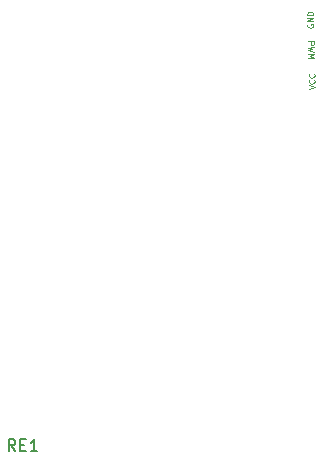
<source format=gbr>
%TF.GenerationSoftware,KiCad,Pcbnew,(5.1.7)-1*%
%TF.CreationDate,2021-07-26T00:39:18+05:30*%
%TF.ProjectId,Pteron36v0,50746572-6f6e-4333-9676-302e6b696361,rev?*%
%TF.SameCoordinates,Original*%
%TF.FileFunction,Legend,Top*%
%TF.FilePolarity,Positive*%
%FSLAX46Y46*%
G04 Gerber Fmt 4.6, Leading zero omitted, Abs format (unit mm)*
G04 Created by KiCad (PCBNEW (5.1.7)-1) date 2021-07-26 00:39:18*
%MOMM*%
%LPD*%
G01*
G04 APERTURE LIST*
%ADD10C,0.125000*%
%ADD11C,0.150000*%
G04 APERTURE END LIST*
D10*
X114246444Y-66256996D02*
X114746444Y-66090330D01*
X114246444Y-65923663D01*
X114698825Y-65471282D02*
X114722634Y-65495091D01*
X114746444Y-65566520D01*
X114746444Y-65614139D01*
X114722634Y-65685568D01*
X114675015Y-65733187D01*
X114627396Y-65756996D01*
X114532158Y-65780806D01*
X114460730Y-65780806D01*
X114365492Y-65756996D01*
X114317873Y-65733187D01*
X114270254Y-65685568D01*
X114246444Y-65614139D01*
X114246444Y-65566520D01*
X114270254Y-65495091D01*
X114294063Y-65471282D01*
X114698825Y-64971282D02*
X114722634Y-64995091D01*
X114746444Y-65066520D01*
X114746444Y-65114139D01*
X114722634Y-65185568D01*
X114675015Y-65233187D01*
X114627396Y-65256996D01*
X114532158Y-65280806D01*
X114460730Y-65280806D01*
X114365492Y-65256996D01*
X114317873Y-65233187D01*
X114270254Y-65185568D01*
X114246444Y-65114139D01*
X114246444Y-65066520D01*
X114270254Y-64995091D01*
X114294063Y-64971282D01*
X114167063Y-62220950D02*
X114667063Y-62220950D01*
X114667063Y-62411426D01*
X114643254Y-62459045D01*
X114619444Y-62482854D01*
X114571825Y-62506664D01*
X114500396Y-62506664D01*
X114452777Y-62482854D01*
X114428968Y-62459045D01*
X114405158Y-62411426D01*
X114405158Y-62220950D01*
X114667063Y-62673331D02*
X114167063Y-62792378D01*
X114524206Y-62887616D01*
X114167063Y-62982854D01*
X114667063Y-63101902D01*
X114167063Y-63292378D02*
X114667063Y-63292378D01*
X114309920Y-63459045D01*
X114667063Y-63625711D01*
X114167063Y-63625711D01*
X114143255Y-60764282D02*
X114119445Y-60811901D01*
X114119445Y-60883330D01*
X114143255Y-60954758D01*
X114190874Y-61002377D01*
X114238493Y-61026187D01*
X114333731Y-61049996D01*
X114405159Y-61049996D01*
X114500397Y-61026187D01*
X114548016Y-61002377D01*
X114595635Y-60954758D01*
X114619445Y-60883330D01*
X114619445Y-60835710D01*
X114595635Y-60764282D01*
X114571826Y-60740472D01*
X114405159Y-60740472D01*
X114405159Y-60835710D01*
X114619445Y-60526187D02*
X114119445Y-60526187D01*
X114619445Y-60240472D01*
X114119445Y-60240472D01*
X114619445Y-60002377D02*
X114119445Y-60002377D01*
X114119445Y-59883330D01*
X114143255Y-59811901D01*
X114190874Y-59764282D01*
X114238493Y-59740472D01*
X114333731Y-59716663D01*
X114405159Y-59716663D01*
X114500397Y-59740472D01*
X114548016Y-59764282D01*
X114595635Y-59811901D01*
X114619445Y-59883330D01*
X114619445Y-60002377D01*
%TO.C,RE1*%
D11*
X89396206Y-96902710D02*
X89062873Y-96426520D01*
X88824777Y-96902710D02*
X88824777Y-95902710D01*
X89205730Y-95902710D01*
X89300968Y-95950330D01*
X89348587Y-95997949D01*
X89396206Y-96093187D01*
X89396206Y-96236044D01*
X89348587Y-96331282D01*
X89300968Y-96378901D01*
X89205730Y-96426520D01*
X88824777Y-96426520D01*
X89824777Y-96378901D02*
X90158111Y-96378901D01*
X90300968Y-96902710D02*
X89824777Y-96902710D01*
X89824777Y-95902710D01*
X90300968Y-95902710D01*
X91253349Y-96902710D02*
X90681920Y-96902710D01*
X90967634Y-96902710D02*
X90967634Y-95902710D01*
X90872396Y-96045568D01*
X90777158Y-96140806D01*
X90681920Y-96188425D01*
%TD*%
M02*

</source>
